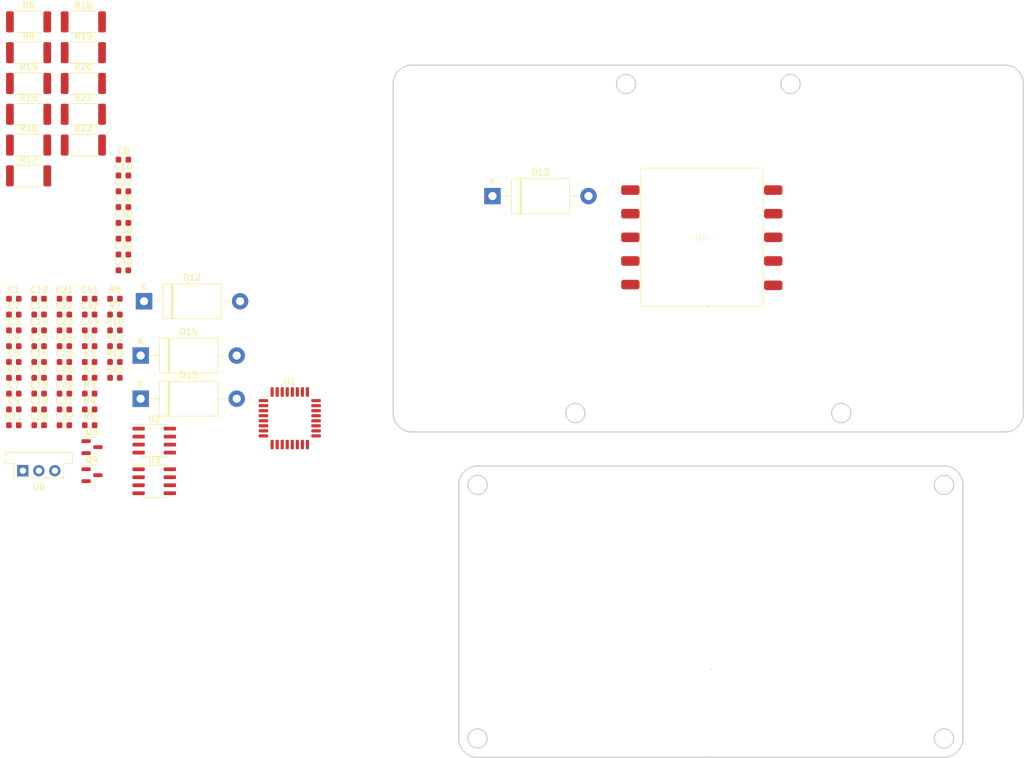
<source format=kicad_pcb>
(kicad_pcb (version 20221018) (generator pcbnew)
  (layers (0 "F.Cu" signal) (31 "B.Cu" signal) (34 "B.Paste" user) (35 "F.Paste" user) (36 "B.SilkS" user "B.Silkscreen") (37 "F.SilkS" user "F.Silkscreen") (38 "B.Mask" user) (39 "F.Mask" user) (44 "Edge.Cuts" user))
  (net 0 "")
  (net 1 "GND")
  (net 2 "Net-(U1-VDDA)")
  (net 3 "Net-(U1-NRST)")
  (net 4 "Net-(U4-4IN)")
  (net 5 "+5V")
  (net 6 "Net-(D13-A1)")
  (net 7 "Net-(U4-10OUT)")
  (net 8 "Net-(L1-FB)")
  (net 9 "Net-(D13-A2)")
  (net 10 "Net-(D14-A1)")
  (net 11 "/dcdclt3751/Vtrans")
  (net 12 "Net-(L1-UVLO1)")
  (net 13 "Net-(L1-OVLO1)")
  (net 14 "Net-(L1-UVLO2)")
  (net 15 "Net-(Q3-B)")
  (net 16 "+15V")
  (net 17 "Net-(F1-Gate3)")
  (net 18 "Net-(F1-Source4)")
  (net 19 "Net-(L1-OVLO2)")
  (net 20 "CANL")
  (net 21 "CANH")
  (net 22 "Net-(L1-RDCM)")
  (net 23 "CHARGE")
  (net 24 "Net-(Q1-D)")
  (net 25 "Net-(L1-RVOUT)")
  (net 26 "Net-(L1-CSP)")
  (net 27 "Net-(L1-RVTRANS)")
  (net 28 "Net-(L1-RBG)")
  (net 29 "Net-(U1-PA1)")
  (net 30 "+3V3")
  (net 32 "STBY")
  (net 33 "NRST")
  (net 34 "TR_SIG")
  (net 35 "Net-(BZ1--)")
  (net 36 "KICK_SW")
  (net 37 "DR_SW")
  (net 38 "DONE")
  (net 39 "FAULT")
  (net 43 "DR_PWM")
  (net 46 "ENCODER_A")
  (net 47 "ENCODER_B")
  (net 48 "CANRX")
  (net 49 "CANTX")
  (net 50 "SYS-SWDIO")
  (net 51 "SYS-SWCLK")
  (net 53 "DIN")
  (net 54 "DOUT")
  (net 56 "Net-(U1-PB7)")
  (net 57 "Net-(U1-BOOT0)")
  (net 60 "Net-(D1-A)")
  (net 61 "Net-(D2-DIN)")
  (net 62 "Net-(J6-Pin_1)")
  (net 63 "Net-(D15-A2)")
  (net 64 "Net-(D12-A2)")
  (footprint "Converter_DCDC:Converter_DCDC_Murata_OKI-78SR_Vertical" (layer "F.Cu") (at 43.855 114.1)
    (fp_text reference "U6" (at 2.54 2.54 180) (layer "F.SilkS"))
    (fp_text value "M78AR05-1")
    (pad "1" thru_hole rect (at 0 0) (size 1.8 1.8) (drill 1) (layers "*.Cu" "*.Mask") (net 16 "+15V"))
    (pad "2" thru_hole circle (at 2.54 0) (size 1.8 1.8) (drill 1) (layers "*.Cu" "*.Mask") (net 1 "GND"))
    (pad "3" thru_hole circle (at 5.08 0) (size 1.8 1.8) (drill 1) (layers "*.Cu" "*.Mask") (net 63 "Net-(D15-A2)"))
  )
  (footprint "Capacitor_SMD:C_0603_1608Metric" (layer "F.Cu") (at 46.435 86.8)
    (fp_text reference "C12" (at 0 -1.43) (layer "F.SilkS"))
    (fp_text value "0.1uF")
    (pad "1" smd roundrect (at -0.775 0) (size 0.9 0.95) (layers "F.Cu" "F.Paste" "F.Mask") (net 5 "+5V"))
    (pad "2" smd roundrect (at 0.775 0) (size 0.9 0.95) (layers "F.Cu" "F.Paste" "F.Mask") (net 1 "GND"))
  )
  (footprint "Capacitor_SMD:C_0603_1608Metric" (layer "F.Cu") (at 50.445 106.88)
    (fp_text reference "C32" (at 0 -1.43) (layer "F.SilkS"))
    (fp_text value "3.3u")
    (pad "1" smd roundrect (at -0.775 0) (size 0.9 0.95) (layers "F.Cu" "F.Paste" "F.Mask") (net 1 "GND"))
    (pad "2" smd roundrect (at 0.775 0) (size 0.9 0.95) (layers "F.Cu" "F.Paste" "F.Mask") (net 64 "Net-(D12-A2)"))
  )
  (footprint "Diode_THT:D_DO-201AE_P15.24mm_Horizontal" (layer "F.Cu") (at 62.545 102.67)
    (fp_text reference "D15" (at 7.62 -3.77) (layer "F.SilkS"))
    (fp_text value "1.5KExxA")
    (fp_text user "K" (at 0 -2.3) (layer "F.SilkS"))
    (pad "1" thru_hole rect (at 0 0) (size 2.6 2.6) (drill 1.3) (layers "*.Cu" "*.Mask") (net 5 "+5V"))
    (pad "2" thru_hole oval (at 15.24 0) (size 2.6 2.6) (drill 1.3) (layers "*.Cu" "*.Mask") (net 63 "Net-(D15-A2)"))
  )
  (footprint "Capacitor_SMD:C_0603_1608Metric" (layer "F.Cu") (at 54.455 89.31)
    (fp_text reference "C42" (at 0 -1.43) (layer "F.SilkS"))
    (fp_text value "0.1uF")
    (pad "1" smd roundrect (at -0.775 0) (size 0.9 0.95) (layers "F.Cu" "F.Paste" "F.Mask") (net 1 "GND"))
    (pad "2" smd roundrect (at 0.775 0) (size 0.9 0.95) (layers "F.Cu" "F.Paste" "F.Mask") (net 30 "+3V3"))
  )
  (footprint "Resistor_SMD:R_2512_6332Metric" (layer "F.Cu") (at 44.765 62.4)
    (fp_text reference "R16" (at 0 -2.62) (layer "F.SilkS"))
    (fp_text value "120Ω")
    (pad "1" smd roundrect (at -2.9625 0) (size 1.225 3.35) (layers "F.Cu" "F.Paste" "F.Mask") (roundrect_rratio 0.204082) (net 22 "Net-(L1-RDCM)"))
    (pad "2" smd roundrect (at 2.9625 0) (size 1.225 3.35) (layers "F.Cu" "F.Paste" "F.Mask") (roundrect_rratio 0.204082) (net 24 "Net-(Q1-D)"))
  )
  (footprint "Capacitor_SMD:C_0603_1608Metric" (layer "F.Cu") (at 42.425 94.33)
    (fp_text reference "C4" (at 0 -1.43) (layer "F.SilkS"))
    (fp_text value "0.1uF")
    (pad "1" smd roundrect (at -0.775 0) (size 0.9 0.95) (layers "F.Cu" "F.Paste" "F.Mask") (net 5 "+5V"))
    (pad "2" smd roundrect (at 0.775 0) (size 0.9 0.95) (layers "F.Cu" "F.Paste" "F.Mask") (net 1 "GND"))
  )
  (footprint "Capacitor_SMD:C_0603_1608Metric" (layer "F.Cu") (at 54.455 94.33)
    (fp_text reference "D1" (at 0 -1.43) (layer "F.SilkS"))
    (fp_text value "LED")
    (pad "1" smd roundrect (at -0.775 0) (size 0.9 0.95) (layers "F.Cu" "F.Paste" "F.Mask") (net 1 "GND"))
    (pad "2" smd roundrect (at 0.775 0) (size 0.9 0.95) (layers "F.Cu" "F.Paste" "F.Mask") (net 60 "Net-(D1-A)"))
  )
  (footprint "Capacitor_SMD:C_0603_1608Metric" (layer "F.Cu") (at 42.425 91.82)
    (fp_text reference "C3" (at 0 -1.43) (layer "F.SilkS"))
    (fp_text value "0.1uF")
    (pad "1" smd roundrect (at -0.775 0) (size 0.9 0.95) (layers "F.Cu" "F.Paste" "F.Mask") (net 33 "NRST"))
    (pad "2" smd roundrect (at 0.775 0) (size 0.9 0.95) (layers "F.Cu" "F.Paste" "F.Mask") (net 3 "Net-(U1-NRST)"))
  )
  (footprint "Resistor_SMD:R_2512_6332Metric" (layer "F.Cu") (at 53.455 47.73)
    (fp_text reference "R19" (at 0 -2.62) (layer "F.SilkS"))
    (fp_text value "120Ω")
    (pad "1" smd roundrect (at -2.9625 0) (size 1.225 3.35) (layers "F.Cu" "F.Paste" "F.Mask") (roundrect_rratio 0.204082) (net 8 "Net-(L1-FB)"))
    (pad "2" smd roundrect (at 2.9625 0) (size 1.225 3.35) (layers "F.Cu" "F.Paste" "F.Mask") (roundrect_rratio 0.204082) (net 7 "Net-(U4-10OUT)"))
  )
  (footprint "Capacitor_SMD:C_0603_1608Metric" (layer "F.Cu") (at 50.445 104.37)
    (fp_text reference "C31" (at 0 -1.43) (layer "F.SilkS"))
    (fp_text value "3.3u")
    (pad "1" smd roundrect (at -0.775 0) (size 0.9 0.95) (layers "F.Cu" "F.Paste" "F.Mask") (net 1 "GND"))
    (pad "2" smd roundrect (at 0.775 0) (size 0.9 0.95) (layers "F.Cu" "F.Paste" "F.Mask") (net 63 "Net-(D15-A2)"))
  )
  (footprint "Capacitor_SMD:C_0603_1608Metric" (layer "F.Cu") (at 59.805 67.23)
    (fp_text reference "C10" (at 0 -1.43) (layer "F.SilkS"))
    (fp_text value "10uF")
    (pad "1" smd roundrect (at -0.775 0) (size 0.9 0.95) (layers "F.Cu" "F.Paste" "F.Mask") (net 4 "Net-(U4-4IN)"))
    (pad "2" smd roundrect (at 0.775 0) (size 0.9 0.95) (layers "F.Cu" "F.Paste" "F.Mask") (net 1 "GND"))
  )
  (footprint "Capacitor_SMD:C_0603_1608Metric" (layer "F.Cu") (at 50.445 94.33)
    (fp_text reference "C24" (at 0 -1.43) (layer "F.SilkS"))
    (fp_text value "0.1uF")
    (pad "1" smd roundrect (at -0.775 0) (size 0.9 0.95) (layers "F.Cu" "F.Paste" "F.Mask") (net 5 "+5V"))
    (pad "2" smd roundrect (at 0.775 0) (size 0.9 0.95) (layers "F.Cu" "F.Paste" "F.Mask") (net 1 "GND"))
  )
  (footprint "Capacitor_SMD:C_0603_1608Metric" (layer "F.Cu") (at 50.445 89.31)
    (fp_text reference "C22" (at 0 -1.43) (layer "F.SilkS"))
    (fp_text value "0.1uF")
    (pad "1" smd roundrect (at -0.775 0) (size 0.9 0.95) (layers "F.Cu" "F.Paste" "F.Mask") (net 5 "+5V"))
    (pad "2" smd roundrect (at 0.775 0) (size 0.9 0.95) (layers "F.Cu" "F.Paste" "F.Mask") (net 1 "GND"))
  )
  (footprint "Package_QFP:LQFP-32_7x7mm_P0.8mm" (layer "F.Cu") (at 86.2 105.775)
    (fp_text reference "U1" (at 0 -5.88) (layer "F.SilkS"))
    (fp_text value "STM32F303K8Tx")
    (pad "1" smd roundrect (at -4.175 -2.8) (size 1.5 0.5) (layers "F.Cu" "F.Paste" "F.Mask") (net 30 "+3V3"))
    (pad "2" smd roundrect (at -4.175 -2) (size 1.5 0.5) (layers "F.Cu" "F.Paste" "F.Mask"))
    (pad "3" smd roundrect (at -4.175 -1.2) (size 1.5 0.5) (layers "F.Cu" "F.Paste" "F.Mask"))
    (pad "4" smd roundrect (at -4.175 -0.4) (size 1.5 0.5) (layers "F.Cu" "F.Paste" "F.Mask") (net 3 "Net-(U1-NRST)"))
    (pad "5" smd roundrect (at -4.175 0.4) (size 1.5 0.5) (layers "F.Cu" "F.Paste" "F.Mask") (net 2 "Net-(U1-VDDA)"))
    (pad "6" smd roundrect (at -4.175 1.2) (size 1.5 0.5) (layers "F.Cu" "F.Paste" "F.Mask") (net 34 "TR_SIG"))
    (pad "7" smd roundrect (at -4.175 2) (size 1.5 0.5) (layers "F.Cu" "F.Paste" "F.Mask") (net 29 "Net-(U1-PA1)"))
    (pad "8" smd roundrect (at -4.175 2.8) (size 1.5 0.5) (layers "F.Cu" "F.Paste" "F.Mask"))
    (pad "9" smd roundrect (at -2.8 4.175) (size 0.5 1.5) (layers "F.Cu" "F.Paste" "F.Mask") (net 32 "STBY"))
    (pad "10" smd roundrect (at -2 4.175) (size 0.5 1.5) (layers "F.Cu" "F.Paste" "F.Mask") (net 36 "KICK_SW"))
    (pad "11" smd roundrect (at -1.2 4.175) (size 0.5 1.5) (layers "F.Cu" "F.Paste" "F.Mask") (net 37 "DR_SW"))
    (pad "12" smd roundrect (at -0.4 4.175) (size 0.5 1.5) (layers "F.Cu" "F.Paste" "F.Mask") (net 23 "CHARGE"))
    (pad "13" smd roundrect (at 0.4 4.175) (size 0.5 1.5) (layers "F.Cu" "F.Paste" "F.Mask") (net 38 "DONE"))
    (pad "14" smd roundrect (at 1.2 4.175) (size 0.5 1.5) (layers "F.Cu" "F.Paste" "F.Mask"))
    (pad "15" smd roundrect (at 2 4.175) (size 0.5 1.5) (layers "F.Cu" "F.Paste" "F.Mask") (net 43 "DR_PWM"))
    (pad "16" smd roundrect (at 2.8 4.175) (size 0.5 1.5) (layers "F.Cu" "F.Paste" "F.Mask") (net 1 "GND"))
    (pad "17" smd roundrect (at 4.175 2.8) (size 1.5 0.5) (layers "F.Cu" "F.Paste" "F.Mask") (net 30 "+3V3"))
    (pad "18" smd roundrect (at 4.175 2) (size 1.5 0.5) (layers "F.Cu" "F.Paste" "F.Mask") (net 39 "FAULT"))
    (pad "19" smd roundrect (at 4.175 1.2) (size 1.5 0.5) (layers "F.Cu" "F.Paste" "F.Mask") (net 46 "ENCODER_A"))
    (pad "20" smd roundrect (at 4.175 0.4) (size 1.5 0.5) (layers "F.Cu" "F.Paste" "F.Mask") (net 47 "ENCODER_B"))
    (pad "21" smd roundrect (at 4.175 -0.4) (size 1.5 0.5) (layers "F.Cu" "F.Paste" "F.Mask") (net 48 "CANRX"))
    (pad "22" smd roundrect (at 4.175 -1.2) (size 1.5 0.5) (layers "F.Cu" "F.Paste" "F.Mask") (net 49 "CANTX"))
    (pad "23" smd roundrect (at 4.175 -2) (size 1.5 0.5) (layers "F.Cu" "F.Paste" "F.Mask") (net 50 "SYS-SWDIO"))
    (pad "24" smd roundrect (at 4.175 -2.8) (size 1.5 0.5) (layers "F.Cu" "F.Paste" "F.Mask") (net 51 "SYS-SWCLK"))
    (pad "25" smd roundrect (at 2.8 -4.175) (size 0.5 1.5) (layers "F.Cu" "F.Paste" "F.Mask") (net 35 "Net-(BZ1--)"))
    (pad "26" smd roundrect (at 2 -4.175) (size 0.5 1.5) (layers "F.Cu" "F.Paste" "F.Mask") (net 50 "SYS-SWDIO"))
    (pad "27" smd roundrect (at 1.2 -4.175) (size 0.5 1.5) (layers "F.Cu" "F.Paste" "F.Mask") (net 53 "DIN"))
    (pad "28" smd roundrect (at 0.4 -4.175) (size 0.5 1.5) (layers "F.Cu" "F.Paste" "F.Mask") (net 54 "DOUT"))
    (pad "29" smd roundrect (at -0.4 -4.175) (size 0.5 1.5) (layers "F.Cu" "F.Paste" "F.Mask"))
    (pad "30" smd roundrect (at -1.2 -4.175) (size 0.5 1.5) (layers "F.Cu" "F.Paste" "F.Mask") (net 56 "Net-(U1-PB7)"))
    (pad "31" smd roundrect (at -2 -4.175) (size 0.5 1.5) (layers "F.Cu" "F.Paste" "F.Mask") (net 57 "Net-(U1-BOOT0)"))
    (pad "32" smd roundrect (at -2.8 -4.175) (size 0.5 1.5) (layers "F.Cu" "F.Paste" "F.Mask") (net 1 "GND"))
  )
  (footprint "DCDC1_library:32052" (layer "F.Cu") (at 151.57 77.05)
    (fp_text reference "U4" (at 0 0 unlocked) (layer "F.SilkS") (effects (font (thickness 0.1))))
    (fp_text value "~")
    (pad "1" smd roundrect (at -11.33 -7.5) (size 2.92 1.52) (layers "F.Cu" "F.Paste" "F.Mask") (net 9 "Net-(D13-A2)"))
    (pad "2" smd roundrect (at -11.33 -3.75) (size 2.92 1.52) (layers "F.Cu" "F.Paste" "F.Mask"))
    (pad "3" smd roundrect (at -11.33 0) (size 2.92 1.52) (layers "F.Cu" "F.Paste" "F.Mask"))
    (pad "4" smd roundrect (at -11.33 3.75) (size 2.92 1.52) (layers "F.Cu" "F.Paste" "F.Mask") (net 4 "Net-(U4-4IN)"))
    (pad "5" smd roundrect (at -11.33 7.5) (size 2.92 1.52) (layers "F.Cu" "F.Paste" "F.Mask") (net 4 "Net-(U4-4IN)"))
    (pad "6" smd roundrect (at 11.33 7.62) (size 2.92 1.52) (layers "F.Cu" "F.Paste" "F.Mask") (net 24 "Net-(Q1-D)"))
    (pad "7" smd roundrect (at 11.33 3.75) (size 2.92 1.52) (layers "F.Cu" "F.Paste" "F.Mask") (net 24 "Net-(Q1-D)"))
    (pad "8" smd roundrect (at 11.33 0) (size 2.92 1.52) (layers "F.Cu" "F.Paste" "F.Mask"))
    (pad "9" smd roundrect (at 11.33 -3.75) (size 2.92 1.52) (layers "F.Cu" "F.Paste" "F.Mask"))
    (pad "10" smd roundrect (at 11.33 -7.5) (size 2.92 1.52) (layers "F.Cu" "F.Paste" "F.Mask") (net 7 "Net-(U4-10OUT)"))
  )
  (footprint "Resistor_SMD:R_2512_6332Metric" (layer "F.Cu") (at 53.455 62.4)
    (fp_text reference "R22" (at 0 -2.62) (layer "F.SilkS"))
    (fp_text value "120Ω")
    (pad "1" smd roundrect (at -2.9625 0) (size 1.225 3.35) (layers "F.Cu" "F.Paste" "F.Mask") (roundrect_rratio 0.204082) (net 28 "Net-(L1-RBG)"))
    (pad "2" smd roundrect (at 2.9625 0) (size 1.225 3.35) (layers "F.Cu" "F.Paste" "F.Mask") (roundrect_rratio 0.204082) (net 1 "GND"))
  )
  (footprint "Capacitor_SMD:C_0603_1608Metric" (layer "F.Cu") (at 59.805 69.74)
    (fp_text reference "C27" (at 0 -1.43) (layer "F.SilkS"))
    (fp_text value "10uF")
    (pad "1" smd roundrect (at -0.775 0) (size 0.9 0.95) (layers "F.Cu" "F.Paste" "F.Mask") (net 4 "Net-(U4-4IN)"))
    (pad "2" smd roundrect (at 0.775 0) (size 0.9 0.95) (layers "F.Cu" "F.Paste" "F.Mask") (net 1 "GND"))
  )
  (footprint "Resistor_SMD:R_2512_6332Metric" (layer "F.Cu") (at 44.765 52.62)
    (fp_text reference "R14" (at 0 -2.62) (layer "F.SilkS"))
    (fp_text value "120Ω")
    (pad "1" smd roundrect (at -2.9625 0) (size 1.225 3.35) (layers "F.Cu" "F.Paste" "F.Mask") (roundrect_rratio 0.204082) (net 5 "+5V"))
    (pad "2" smd roundrect (at 2.9625 0) (size 1.225 3.35) (layers "F.Cu" "F.Paste" "F.Mask") (roundrect_rratio 0.204082) (net 14 "Net-(L1-UVLO2)"))
  )
  (footprint "Capacitor_SMD:C_0603_1608Metric" (layer "F.Cu") (at 42.425 86.8)
    (fp_text reference "C1" (at 0 -1.43) (layer "F.SilkS"))
    (fp_text value "0.1uF")
    (pad "1" smd roundrect (at -0.775 0) (size 0.9 0.95) (layers "F.Cu" "F.Paste" "F.Mask") (net 1 "GND"))
    (pad "2" smd roundrect (at 0.775 0) (size 0.9 0.95) (layers "F.Cu" "F.Paste" "F.Mask") (net 2 "Net-(U1-VDDA)"))
  )
  (footprint "Resistor_SMD:R_2512_6332Metric" (layer "F.Cu") (at 53.455 57.51)
    (fp_text reference "R21" (at 0 -2.62) (layer "F.SilkS"))
    (fp_text value "120Ω")
    (pad "1" smd roundrect (at -2.9625 0) (size 1.225 3.35) (layers "F.Cu" "F.Paste" "F.Mask") (roundrect_rratio 0.204082) (net 4 "Net-(U4-4IN)"))
    (pad "2" smd roundrect (at 2.9625 0) (size 1.225 3.35) (layers "F.Cu" "F.Paste" "F.Mask") (roundrect_rratio 0.204082) (net 27 "Net-(L1-RVTRANS)"))
  )
  (footprint "Capacitor_SMD:C_0603_1608Metric" (layer "F.Cu") (at 58.465 96.84)
    (fp_text reference "R13" (at 0 -1.43) (layer "F.SilkS"))
    (fp_text value "5k")
    (pad "1" smd roundrect (at -0.775 0) (size 0.9 0.95) (layers "F.Cu" "F.Paste" "F.Mask") (net 5 "+5V"))
    (pad "2" smd roundrect (at 0.775 0) (size 0.9 0.95) (layers "F.Cu" "F.Paste" "F.Mask") (net 47 "ENCODER_B"))
  )
  (footprint "Capacitor_SMD:C_0603_1608Metric" (layer "F.Cu") (at 46.435 99.35)
    (fp_text reference "C17" (at 0 -1.43) (layer "F.SilkS"))
    (fp_text value "0.1uF")
    (pad "1" smd roundrect (at -0.775 0) (size 0.9 0.95) (layers "F.Cu" "F.Paste" "F.Mask") (net 5 "+5V"))
    (pad "2" smd roundrect (at 0.775 0) (size 0.9 0.95) (layers "F.Cu" "F.Paste" "F.Mask") (net 1 "GND"))
  )
  (footprint "Capacitor_SMD:C_0603_1608Metric" (layer "F.Cu") (at 59.805 64.72)
    (fp_text reference "C8" (at 0 -1.43) (layer "F.SilkS"))
    (fp_text value "10uF")
    (pad "1" smd roundrect (at -0.775 0) (size 0.9 0.95) (layers "F.Cu" "F.Paste" "F.Mask") (net 4 "Net-(U4-4IN)"))
    (pad "2" smd roundrect (at 0.775 0) (size 0.9 0.95) (layers "F.Cu" "F.Paste" "F.Mask") (net 1 "GND"))
  )
  (footprint "Capacitor_SMD:C_0603_1608Metric" (layer "F.Cu") (at 59.805 79.78)
    (fp_text reference "C39" (at 0 -1.43) (layer "F.SilkS"))
    (fp_text value "10uF")
    (pad "1" smd roundrect (at -0.775 0) (size 0.9 0.95) (layers "F.Cu" "F.Paste" "F.Mask") (net 6 "Net-(D13-A1)"))
    (pad "2" smd roundrect (at 0.775 0) (size 0.9 0.95) (layers "F.Cu" "F.Paste" "F.Mask") (net 7 "Net-(U4-10OUT)"))
  )
  (footprint "Capacitor_SMD:C_0603_1608Metric" (layer "F.Cu") (at 46.435 94.33)
    (fp_text reference "C15" (at 0 -1.43) (layer "F.SilkS"))
    (fp_text value "0.1uF")
    (pad "1" smd roundrect (at -0.775 0) (size 0.9 0.95) (layers "F.Cu" "F.Paste" "F.Mask") (net 5 "+5V"))
    (pad "2" smd roundrect (at 0.775 0) (size 0.9 0.95) (layers "F.Cu" "F.Paste" "F.Mask") (net 1 "GND"))
  )
  (footprint "Capacitor_SMD:C_0603_1608Metric" (layer "F.Cu") (at 42.425 89.31)
    (fp_text reference "C2" (at 0 -1.43) (layer "F.SilkS"))
    (fp_text value "0.1uF")
    (pad "1" smd roundrect (at -0.775 0) (size 0.9 0.95) (layers "F.Cu" "F.Paste" "F.Mask") (net 1 "GND"))
    (pad "2" smd roundrect (at 0.775 0) (size 0.9 0.95) (layers "F.Cu" "F.Paste" "F.Mask") (net 2 "Net-(U1-VDDA)"))
  )
  (footprint "Resistor_SMD:R_2512_6332Metric" (layer "F.Cu") (at 53.455 52.62)
    (fp_text reference "R20" (at 0 -2.62) (layer "F.SilkS"))
    (fp_text value "120Ω")
    (pad "1" smd roundrect (at -2.9625 0) (size 1.225 3.35) (layers "F.Cu" "F.Paste" "F.Mask") (roundrect_rratio 0.204082) (net 1 "GND"))
    (pad "2" smd roundrect (at 2.9625 0) (size 1.225 3.35) (layers "F.Cu" "F.Paste" "F.Mask") (roundrect_rratio 0.204082) (net 8 "Net-(L1-FB)"))
  )
  (footprint "Capacitor_SMD:C_0603_1608Metric" (layer "F.Cu") (at 54.455 96.84)
    (fp_text reference "R1" (at 0 -1.43) (layer "F.SilkS"))
    (fp_text value "10k")
    (pad "1" smd roundrect (at -0.775 0) (size 0.9 0.95) (layers "F.Cu" "F.Paste" "F.Mask") (net 56 "Net-(U1-PB7)"))
    (pad "2" smd roundrect (at 0.775 0) (size 0.9 0.95) (layers "F.Cu" "F.Paste" "F.Mask") (net 60 "Net-(D1-A)"))
  )
  (footprint "Capacitor_SMD:C_0603_1608Metric" (layer "F.Cu") (at 46.435 89.31)
    (fp_text reference "C13" (at 0 -1.43) (layer "F.SilkS"))
    (fp_text value "0.1uF")
    (pad "1" smd roundrect (at -0.775 0) (size 0.9 0.95) (layers "F.Cu" "F.Paste" "F.Mask") (net 5 "+5V"))
    (pad "2" smd roundrect (at 0.775 0) (size 0.9 0.95) (layers "F.Cu" "F.Paste" "F.Mask") (net 1 "GND"))
  )
  (footprint "Capacitor_SMD:C_0603_1608Metric" (layer "F.Cu") (at 42.425 99.35)
    (fp_text reference "C6" (at 0 -1.43) (layer "F.SilkS"))
    (fp_text value "0.1uF")
    (pad "1" smd roundrect (at -0.775 0) (size 0.9 0.95) (layers "F.Cu" "F.Paste" "F.Mask") (net 5 "+5V"))
    (pad "2" smd roundrect (at 0.775 0) (size 0.9 0.95) (layers "F.Cu" "F.Paste" "F.Mask") (net 1 "GND"))
  )
  (footprint "Resistor_SMD:R_2512_6332Metric" (layer "F.Cu") (at 44.765 57.51)
    (fp_text reference "R15" (at 0 -2.62) (layer "F.SilkS"))
    (fp_text value "120Ω")
    (pad "1" smd roundrect (at -2.9625 0) (size 1.225 3.35) (layers "F.Cu" "F.Paste" "F.Mask") (roundrect_rratio 0.204082) (net 5 "+5V"))
    (pad "2" smd roundrect (at 2.9625 0) (size 1.225 3.35) (layers "F.Cu" "F.Paste" "F.Mask") (roundrect_rratio 0.204082) (net 19 "Net-(L1-OVLO2)"))
  )
  (footprint "Capacitor_SMD:C_0603_1608Metric" (layer "F.Cu") (at 42.425 96.84)
    (fp_text reference "C5" (at 0 -1.43) (layer "F.SilkS"))
    (fp_text value "0.1uF")
    (pad "1" smd roundrect (at -0.775 0) (size 0.9 0.95) (layers "F.Cu" "F.Paste" "F.Mask") (net 5 "+5V"))
    (pad "2" smd roundrect (at 0.775 0) (size 0.9 0.95) (layers "F.Cu" "F.Paste" "F.Mask") (net 1 "GND"))
  )
  (footprint "Capacitor_SMD:C_0603_1608Metric" (layer "F.Cu") (at 50.445 101.86)
    (fp_text reference "C29" (at 0 -1.43) (layer "F.SilkS"))
    (fp_text value "0.1uF")
    (pad "1" smd roundrect (at -0.775 0) (size 0.9 0.95) (layers "F.Cu" "F.Paste" "F.Mask") (net 1 "GND"))
    (pad "2" smd roundrect (at 0.775 0) (size 0.9 0.95) (layers "F.Cu" "F.Paste" "F.Mask") (net 30 "+3V3"))
  )
  (footprint "Capacitor_SMD:C_0603_1608Metric" (layer "F.Cu") (at 54.455 106.88)
    (fp_text reference "R5" (at 0 -1.43) (layer "F.SilkS"))
    (fp_text value "20k")
    (pad "1" smd roundrect (at -0.775 0) (size 0.9 0.95) (layers "F.Cu" "F.Paste" "F.Mask") (net 1 "GND"))
    (pad "2" smd roundrect (at 0.775 0) (size 0.9 0.95) (layers "F.Cu" "F.Paste" "F.Mask") (net 34 "TR_SIG"))
  )
  (footprint "Capacitor_SMD:C_0603_1608Metric" (layer "F.Cu") (at 54.455 104.37)
    (fp_text reference "R4" (at 0 -1.43) (layer "F.SilkS"))
    (fp_text value "470")
    (pad "1" smd roundrect (at -0.775 0) (size 0.9 0.95) (layers "F.Cu" "F.Paste" "F.Mask") (net 62 "Net-(J6-Pin_1)"))
    (pad "2" smd roundrect (at 0.775 0) (size 0.9 0.95) (layers "F.Cu" "F.Paste" "F.Mask") (net 5 "+5V"))
  )
  (footprint "Capacitor_SMD:C_0603_1608Metric" (layer "F.Cu") (at 50.445 96.84)
    (fp_text reference "C25" (at 0 -1.43) (layer "F.SilkS"))
    (fp_text value "0.1uF")
    (pad "1" smd roundrect (at -0.775 0) (size 0.9 0.95) (layers "F.Cu" "F.Paste" "F.Mask") (net 5 "+5V"))
    (pad "2" smd roundrect (at 0.775 0) (size 0.9 0.95) (layers "F.Cu" "F.Paste" "F.Mask") (net 1 "GND"))
  )
  (footprint "Package_SO:SOIC-8_3.9x4.9mm_P1.27mm" (layer "F.Cu") (at 64.695 115.77)
    (fp_text reference "U3" (at 0 -3.4) (layer "F.SilkS"))
    (fp_text value "MCP2561-E-SN")
    (pad "1" smd roundrect (at -2.475 -1.905) (size 1.95 0.6) (layers "F.Cu" "F.Paste" "F.Mask") (net 49 "CANTX"))
    (pad "2" smd roundrect (at -2.475 -0.635) (size 1.95 0.6) (layers "F.Cu" "F.Paste" "F.Mask") (net 1 "GND"))
    (pad "3" smd roundrect (at -2.475 0.635) (size 1.95 0.6) (layers "F.Cu" "F.Paste" "F.Mask") (net 5 "+5V"))
    (pad "4" smd roundrect (at -2.475 1.905) (size 1.95 0.6) (layers "F.Cu" "F.Paste" "F.Mask") (net 10 "Net-(D14-A1)"))
    (pad "5" smd roundrect (at 2.475 1.905) (size 1.95 0.6) (layers "F.Cu" "F.Paste" "F.Mask"))
    (pad "6" smd roundrect (at 2.475 0.635) (size 1.95 0.6) (layers "F.Cu" "F.Paste" "F.Mask") (net 20 "CANL"))
    (pad "7" smd roundrect (at 2.475 -0.635) (size 1.95 0.6) (layers "F.Cu" "F.Paste" "F.Mask") (net 21 "CANH"))
    (pad "8" smd roundrect (at 2.475 -1.905) (size 1.95 0.6) (layers "F.Cu" "F.Paste" "F.Mask") (net 32 "STBY"))
  )
  (footprint "Capacitor_SMD:C_0603_1608Metric" (layer "F.Cu") (at 58.465 99.35)
    (fp_text reference "R23" (at 0 -1.43) (layer "F.SilkS"))
    (fp_text value "5k")
    (pad "1" smd roundrect (at -0.775 0) (size 0.9 0.95) (layers "F.Cu" "F.Paste" "F.Mask") (net 29 "Net-(U1-PA1)"))
    (pad "2" smd roundrect (at 0.775 0) (size 0.9 0.95) (layers "F.Cu" "F.Paste" "F.Mask") (net 30 "+3V3"))
  )
  (footprint "Capacitor_SMD:C_0603_1608Metric" (layer "F.Cu") (at 50.445 99.35)
    (fp_text reference "C26" (at 0 -1.43) (layer "F.SilkS"))
    (fp_text value "0.1uF")
    (pad "1" smd roundrect (at -0.775 0) (size 0.9 0.95) (layers "F.Cu" "F.Paste" "F.Mask") (net 5 "+5V"))
    (pad "2" smd roundrect (at 0.775 0) (size 0.9 0.95) (layers "F.Cu" "F.Paste" "F.Mask") (net 1 "GND"))
  )
  (footprint "Capacitor_SMD:C_0603_1608Metric" (layer "F.Cu") (at 54.455 91.82)
    (fp_text reference "C43" (at 0 -1.43) (layer "F.SilkS"))
    (fp_text value "0.1uF")
    (pad "1" smd roundrect (at -0.775 0) (size 0.9 0.95) (layers "F.Cu" "F.Paste" "F.Mask") (net 1 "GND"))
    (pad "2" smd roundrect (at 0.775 0) (size 0.9 0.95) (layers "F.Cu" "F.Paste" "F.Mask") (net 30 "+3V3"))
  )
  (footprint "Capacitor_SMD:C_0603_1608Metric" (layer "F.Cu") (at 42.425 106.88)
    (fp_text reference "C11" (at 0 -1.43) (layer "F.SilkS"))
    (fp_text value "0.1uF")
    (pad "1" smd roundrect (at -0.775 0) (size 0.9 0.95) (layers "F.Cu" "F.Paste" "F.Mask") (net 5 "+5V"))
    (pad "2" smd roundrect (at 0.775 0) (size 0.9 0.95) (layers "F.Cu" "F.Paste" "F.Mask") (net 1 "GND"))
  )
  (footprint "Diode_THT:D_DO-201AE_P15.24mm_Horizontal" (layer "F.Cu") (at 62.545 95.82)
    (fp_text reference "D14" (at 7.62 -3.77) (layer "F.SilkS"))
    (fp_text value "1.5KExxA")
    (fp_text user "K" (at 0 -2.3) (layer "F.SilkS"))
    (pad "1" thru_hole rect (at 0 0) (size 2.6 2.6) (drill 1.3) (layers "*.Cu" "*.Mask") (net 10 "Net-(D14-A1)"))
    (pad "2" thru_hole oval (at 15.24 0) (size 2.6 2.6) (drill 1.3) (layers "*.Cu" "*.Mask") (net 48 "CANRX"))
  )
  (footprint "Capacitor_SMD:C_0603_1608Metric" (layer "F.Cu") (at 46.435 101.86)
    (fp_text reference "C18" (at 0 -1.43) (layer "F.SilkS"))
    (fp_text value "0.1uF")
    (pad "1" smd roundrect (at -0.775 0) (size 0.9 0.95) (layers "F.Cu" "F.Paste" "F.Mask") (net 5 "+5V"))
    (pad "2" smd roundrect (at 0.775 0) (size 0.9 0.95) (layers "F.Cu" "F.Paste" "F.Mask") (net 1 "GND"))
  )
  (footprint "Package_TO_SOT_SMD:SOT-23" (layer "F.Cu") (at 54.825 110.36)
    (fp_text reference "Q3" (at 0 -2.4) (layer "F.SilkS"))
    (fp_text value "MMBT3906")
    (pad "1" smd roundrect (at -0.9375 -0.95) (size 1.475 0.6) (layers "F.Cu" "F.Paste" "F.Mask") (net 15 "Net-(Q3-B)"))
    (pad "2" smd roundrect (at -0.9375 0.95) (size 1.475 0.6) (layers "F.Cu" "F.Paste" "F.Mask") (net 16 "+15V"))
    (pad "3" smd roundrect (at 0.9375 0) (size 1.475 0.6) (layers "F.Cu" "F.Paste" "F.Mask") (net 15 "Net-(Q3-B)"))
  )
  (footprint "Capacitor_SMD:C_0603_1608Metric" (layer "F.Cu") (at 46.435 96.84)
    (fp_text reference "C16" (at 0 -1.43) (layer "F.SilkS"))
    (fp_text value "0.1uF")
    (pad "1" smd roundrect (at -0.775 0) (size 0.9 0.95) (layers "F.Cu" "F.Paste" "F.Mask") (net 5 "+5V"))
    (pad "2" smd roundrect (at 0.775 0) (size 0.9 0.95) (layers "F.Cu" "F.Paste" "F.Mask") (net 1 "GND"))
  )
  (footprint "Package_TO_SOT_SMD:SOT-23" (layer "F.Cu") (at 54.825 114.81)
    (fp_text reference "Q4" (at 0 -2.4) (layer "F.SilkS"))
    (fp_text value "MMBT3906")
    (pad "1" smd roundrect (at -0.9375 -0.95) (size 1.475 0.6) (layers "F.Cu" "F.Paste" "F.Mask") (net 15 "Net-(Q3-B)"))
    (pad "2" smd roundrect (at -0.9375 0.95) (size 1.475 0.6) (layers "F.Cu" "F.Paste" "F.Mask") (net 17 "Net-(F1-Gate3)"))
    (pad "3" smd roundrect (at 0.9375 0) (size 1.475 0.6) (layers "F.Cu" "F.Paste" "F.Mask") (net 18 "Net-(F1-Source4)"))
  )
  (footprint "Capacitor_SMD:C_0603_1608Metric" (layer "F.Cu") (at 50.445 91.82)
    (fp_text reference "C23" (at 0 -1.43) (layer "F.SilkS"))
    (fp_text value "0.1uF")
    (pad "1" smd roundrect (at -0.775 0) (size 0.9 0.95) (layers "F.Cu" "F.Paste" "F.Mask") (net 5 "+5V"))
    (pad "2" smd roundrect (at 0.775 0) (size 0.9 0.95) (layers "F.Cu" "F.Paste" "F.Mask") (net 1 "GND"))
  )
  (footprint "Resistor_SMD:R_2512_6332Metric" (layer "F.Cu") (at 53.455 42.84)
    (fp_text reference "R18" (at 0 -2.62) (layer "F.SilkS"))
    (fp_text value "120Ω")
    (pad "1" smd roundrect (at -2.9625 0) (size 1.225 3.35) (layers "F.Cu" "F.Paste" "F.Mask") (roundrect_rratio 0.204082) (net 26 "Net-(L1-CSP)"))
    (pad "2" smd roundrect (at 2.9625 0) (size 1.225 3.35) (layers "F.Cu" "F.Paste" "F.Mask") (roundrect_rratio 0.204082) (net 1 "GND"))
  )
  (footprint "Capacitor_SMD:C_0603_1608Metric" (layer "F.Cu") (at 59.805 74.76)
    (fp_text reference "C30" (at 0 -1.43) (layer "F.SilkS"))
    (fp_text value "10uF")
    (pad "1" smd roundrect (at -0.775 0) (size 0.9 0.95) (layers "F.Cu" "F.Paste" "F.Mask") (net 6 "Net-(D13-A1)"))
    (pad "2" smd roundrect (at 0.775 0) (size 0.9 0.95) (layers "F.Cu" "F.Paste" "F.Mask") (net 7 "Net-(U4-10OUT)"))
  )
  (footprint "Capacitor_SMD:C_0603_1608Metric" (layer "F.Cu") (at 54.455 101.86)
    (fp_text reference "R3" (at 0 -1.43) (layer "F.SilkS"))
    (fp_text value "10k")
    (pad "1" smd roundrect (at -0.775 0) (size 0.9 0.95) (layers "F.Cu" "F.Paste" "F.Mask") (net 53 "DIN"))
    (pad "2" smd roundrect (at 0.775 0) (size 0.9 0.95) (layers "F.Cu" "F.Paste" "F.Mask") (net 61 "Net-(D2-DIN)"))
  )
  (footprint "Diode_THT:D_DO-201AE_P15.24mm_Horizontal" (layer "F.Cu") (at 63.08 87.2)
    (fp_text reference "D12" (at 7.62 -3.77) (layer "F.SilkS"))
    (fp_text value "1.5KExxA")
    (fp_text user "K" (at 0 -2.3) (layer "F.SilkS"))
    (pad "1" thru_hole rect (at 0 0) (size 2.6 2.6) (drill 1.3) (layers "*.Cu" "*.Mask") (net 30 "+3V3"))
    (pad "2" thru_hole oval (at 15.24 0) (size 2.6 2.6) (drill 1.3) (layers "*.Cu" "*.Mask") (net 64 "Net-(D12-A2)"))
  )
  (footprint "Capacitor_SMD:C_0603_1608Metric" (layer "F.Cu") (at 50.445 86.8)
    (fp_text reference "C21" (at 0 -1.43) (layer "F.SilkS"))
    (fp_text value "0.1uF")
    (pad "1" smd roundrect (at -0.775 0) (size 0.9 0.95) (layers "F.Cu" "F.Paste" "F.Mask") (net 5 "+5V"))
    (pad "2" smd roundrect (at 0.775 0) (size 0.9 0.95) (layers "F.Cu" "F.Paste" "F.Mask") (net 1 "GND"))
  )
  (footprint "Capacitor_SMD:C_0603_1608Metric" (layer "F.Cu") (at 59.805 72.25)
    (fp_text reference "C28" (at 0 -1.43) (layer "F.SilkS"))
    (fp_text value "10uF")
    (pad "1" smd roundrect (at -0.775 0) (size 0.9 0.95) (layers "F.Cu" "F.Paste" "F.Mask") (net 4 "Net-(U4-4IN)"))
    (pad "2" smd roundrect (at 0.775 0) (size 0.9 0.95) (layers "F.Cu" "F.Paste" "F.Mask") (net 1 "GND"))
  )
  (footprint "Capacitor_SMD:C_0603_1608Metric" (layer "F.Cu") (at 54.455 86.8)
    (fp_text reference "C41" (at 0 -1.43) (layer "F.SilkS"))
    (fp_text value "0.1uF")
    (pad "1" smd roundrect (at -0.775 0) (size 0.9 0.95) (layers "F.Cu" "F.Paste" "F.Mask") (net 1 "GND"))
    (pad "2" smd roundrect (at 0.775 0) (size 0.9 0.95) (layers "F.Cu" "F.Paste" "F.Mask") (net 30 "+3V3"))
  )
  (footprint "Diode_THT:D_DO-201AE_P15.24mm_Horizontal" (layer "F.Cu") (at 118.36 70.5)
    (fp_text reference "D13" (at 7.62 -3.77) (layer "F.SilkS"))
    (fp_text value "1.5KExxA")
    (fp_text user "K" (at 0 -2.3) (layer "F.SilkS"))
    (pad "1" thru_hole rect (at 0 0) (size 2.6 2.6) (drill 1.3) (layers "*.Cu" "*.Mask") (net 6 "Net-(D13-A1)"))
    (pad "2" thru_hole oval (at 15.24 0) (size 2.6 2.6) (drill 1.3) (layers "*.Cu" "*.Mask") (net 9 "Net-(D13-A2)"))
  )
  (footprint "Capacitor_SMD:C_0603_1608Metric" (layer "F.Cu") (at 58.465 91.82)
    (fp_text reference "R10" (at 0 -1.43) (layer "F.SilkS"))
    (fp_text value "10k")
    (pad "1" smd roundrect (at -0.775 0) (size 0.9 0.95) (layers "F.Cu" "F.Paste" "F.Mask") (net 30 "+3V3"))
    (pad "2" smd roundrect (at 0.775 0) (size 0.9 0.95) (layers "F.Cu" "F.Paste" "F.Mask") (net 48 "CANRX"))
  )
  (footprint "Capacitor_SMD:C_0603_1608Metric" (layer "F.Cu") (at 59.805 82.29)
    (fp_text reference "C40" (at 0 -1.43) (layer "F.SilkS"))
    (fp_text value "10uF")
    (pad "1" smd roundrect (at -0.775 0) (size 0.9 0.95) (layers "F.Cu" "F.Paste" "F.Mask") (net 8 "Net-(L1-FB)"))
    (pad "2" smd roundrect (at 0.775 0) (size 0.9 0.95) (layers "F.Cu" "F.Paste" "F.Mask") (net 1 "GND"))
  )
  (footprint "Capacitor_SMD:C_0603_1608Metric" (layer "F.Cu") (at 46.435 106.88)
    (fp_text reference "C20" (at 0 -1.43) (layer "F.SilkS"))
    (fp_text value "0.1uF")
    (pad "1" smd roundrect (at -0.775 0) (size 0.9 0.95) (layers "F.Cu" "F.Paste" "F.Mask") (net 5 "+5V"))
    (pad "2" smd roundrect (at 0.775 0) (size 0.9 0.95) (layers "F.Cu" "F.Paste" "F.Mask") (net 1 "GND"))
  )
  (footprint "Resistor_SMD:R_2512_6332Metric" (layer "F.Cu") (at 44.765 67.29)
    (fp_text reference "R17" (at 0 -2.62) (layer "F.SilkS"))
    (fp_text value "120Ω")
    (pad "1" smd roundrect (at -2.9625 0) (size 1.225 3.35) (layers "F.Cu" "F.Paste" "F.Mask") (roundrect_rratio 0.204082) (net 25 "Net-(L1-RVOUT)"))
    (pad "2" smd roundrect (at 2.9625 0) (size 1.225 3.35) (layers "F.Cu" "F.Paste" "F.Mask") (roundrect_rratio 0.204082) (net 24 "Net-(Q1-D)"))
  )
  (footprint "Capacitor_SMD:C_0603_1608Metric" (layer "F.Cu") (at 58.465 86.8)
    (fp_text reference "R6" (at 0 -1.43) (layer "F.SilkS"))
    (fp_text value "10k")
    (pad "1" smd roundrect (at -0.775 0) (size 0.9 0.95) (layers "F.Cu" "F.Paste" "F.Mask") (net 15 "Net-(Q3-B)"))
    (pad "2" smd roundrect (at 0.775 0) (size 0.9 0.95) (layers "F.Cu" "F.Paste" "F.Mask") (net 1 "GND"))
  )
  (footprint "Capacitor_SMD:C_0603_1608Metric" (layer "F.Cu") (at 58.465 94.33)
    (fp_text reference "R12" (at 0 -1.43) (layer "F.SilkS"))
    (fp_text value "5k")
    (pad "1" smd roundrect (at -0.775 0) (size 0.9 0.95) (layers "F.Cu" "F.Paste" "F.Mask") (net 5 "+5V"))
    (pad "2" smd roundrect (at 0.775 0) (size 0.9 0.95) (layers "F.Cu" "F.Paste" "F.Mask") (net 46 "ENCODER_A"))
  )
  (footprint "Capacitor_SMD:C_0603_1608Metric" (layer "F.Cu") (at 58.465 89.31)
    (fp_text reference "R7" (at 0 -1.43) (layer "F.SilkS"))
    (fp_text value "10k")
    (pad "1" smd roundrect (at -0.775 0) (size 0.9 0.95) (layers "F.Cu" "F.Paste" "F.Mask") (net 17 "Net-(F1-Gate3)"))
    (pad "2" smd roundrect (at 0.775 0) (size 0.9 0.95) (layers "F.Cu" "F.Paste" "F.Mask") (net 1 "GND"))
  )
  (footprint "Capacitor_SMD:C_0603_1608Metric" (layer "F.Cu") (at 46.435 91.82)
    (fp_text reference "C14" (at 0 -1.43) (layer "F.SilkS"))
    (fp_text value "0.1uF")
    (pad "1" smd roundrect (at -0.775 0) (size 0.9 0.95) (layers "F.Cu" "F.Paste" "F.Mask") (net 5 "+5V"))
    (pad "2" smd roundrect (at 0.775 0) (size 0.9 0.95) (layers "F.Cu" "F.Paste" "F.Mask") (net 1 "GND"))
  )
  (footprint "Capacitor_SMD:C_0603_1608Metric" (layer "F.Cu") (at 54.455 99.35)
    (fp_text reference "R2" (at 0 -1.43) (layer "F.SilkS"))
    (fp_text value "10k")
    (pad "1" smd roundrect (at -0.775 0) (size 0.9 0.95) (layers "F.Cu" "F.Paste" "F.Mask") (net 1 "GND"))
    (pad "2" smd roundrect (at 0.775 0) (size 0.9 0.95) (layers "F.Cu" "F.Paste" "F.Mask") (net 57 "Net-(U1-BOOT0)"))
  )
  (footprint "Capacitor_SMD:C_0603_1608Metric" (layer "F.Cu") (at 42.425 101.86)
    (fp_text reference "C7" (at 0 -1.43) (layer "F.SilkS"))
    (fp_text value "0.1uF")
    (pad "1" smd roundrect (at -0.775 0) (size 0.9 0.95) (layers "F.Cu" "F.Paste" "F.Mask") (net 5 "+5V"))
    (pad "2" smd roundrect (at 0.775 0) (size 0.9 0.95) (layers "F.Cu" "F.Paste" "F.Mask") (net 1 "GND"))
  )
  (footprint "Capacitor_SMD:C_0603_1608Metric" (layer "F.Cu") (at 46.435 104.37)
    (fp_text reference "C19" (at 0 -1.43) (layer "F.SilkS"))
    (fp_text value "0.1uF")
    (pad "1" smd roundrect (at -0.775 0) (size 0.9 0.95) (layers "F.Cu" "F.Paste" "F.Mask") (net 5 "+5V"))
    (pad "2" smd roundrect (at 0.775 0) (size 0.9 0.95) (layers "F.Cu" "F.Paste" "F.Mask") (net 1 "GND"))
  )
  (footprint "Package_SO:SOIC-8_3.9x4.9mm_P1.27mm" (layer "F.Cu") (at 64.695 109.32)
    (fp_text reference "U2" (at 0 -3.4) (layer "F.SilkS"))
    (fp_text value "M78AR033-1")
    (pad "1" smd roundrect (at -2.475 -1.905) (size 1.95 0.6) (layers "F.Cu" "F.Paste" "F.Mask") (net 64 "Net-(D12-A2)"))
    (pad "2" smd roundrect (at -2.475 -0.635) (size 1.95 0.6) (layers "F.Cu" "F.Paste" "F.Mask") (net 1 "GND"))
    (pad "3" smd roundrect (at -2.475 0.635) (size 1.95 0.6) (layers "F.Cu" "F.Paste" "F.Mask") (net 1 "GND"))
    (pad "4" smd roundrect (at -2.475 1.905) (size 1.95 0.6) (layers "F.Cu" "F.Paste" "F.Mask"))
    (pad "5" smd roundrect (at 2.475 1.905) (size 1.95 0.6) (layers "F.Cu" "F.Paste" "F.Mask"))
    (pad "6" smd roundrect (at 2.475 0.635) (size 1.95 0.6) (layers "F.Cu" "F.Paste" "F.Mask") (net 1 "GND"))
    (pad "7" smd roundrect (at 2.475 -0.635) (size 1.95 0.6) (layers "F.Cu" "F.Paste" "F.Mask") (net 1 "GND"))
    (pad "8" smd roundrect (at 2.475 -1.905) (size 1.95 0.6) (layers "F.Cu" "F.Paste" "F.Mask") (net 16 "+15V"))
  )
  (footprint "Resistor_SMD:R_2512_6332Metric" (layer "F.Cu") (at 44.765 47.73)
    (fp_text reference "R9" (at 0 -2.62) (layer "F.SilkS"))
    (fp_text value "120Ω")
    (pad "1" smd roundrect (at -2.9625 0) (size 1.225 3.35) (layers "F.Cu" "F.Paste" "F.Mask") (roundrect_rratio 0.204082) (net 11 "/dcdclt3751/Vtrans"))
    (pad "2" smd roundrect (at 2.9625 0) (size 1.225 3.35) (layers "F.Cu" "F.Paste" "F.Mask") (roundrect_rratio 0.204082) (net 13 "Net-(L1-OVLO1)"))
  )
  (footprint "Resistor_SMD:R_2512_6332Metric" (layer "F.Cu") (at 44.765 42.84)
    (fp_text reference "R8" (at 0 -2.62) (layer "F.SilkS"))
    (fp_text value "120Ω")
    (pad "1" smd roundrect (at -2.9625 0) (size 1.225 3.35) (layers "F.Cu" "F.Paste" "F.Mask") (roundrect_rratio 0.204082) (net 11 "/dcdclt3751/Vtrans"))
    (pad "2" smd roundrect (at 2.9625 0) (size 1.225 3.35) (layers "F.Cu" "F.Paste" "F.Mask") (roundrect_rratio 0.204082) (net 12 "Net-(L1-UVLO1)"))
  )
  (footprint "Capacitor_SMD:C_0603_1608Metric" (layer "F.Cu") (at 59.805 77.27)
    (fp_text reference "C38" (at 0 -1.43) (layer "F.SilkS"))
    (fp_text value "10uF")
    (pad "1" smd roundrect (at -0.775 0) (size 0.9 0.95) (layers "F.Cu" "F.Paste" "F.Mask") (net 6 "Net-(D13-A1)"))
    (pad "2" smd roundrect (at 0.775 0) (size 0.9 0.95) (layers "F.Cu" "F.Paste" "F.Mask") (net 7 "Net-(U4-10OUT)"))
  )
  (footprint "Capacitor_SMD:C_0603_1608Metric" (layer "F.Cu") (at 42.425 104.37)
    (fp_text reference "C9" (at 0 -1.43) (layer "F.SilkS"))
    (fp_text value "0.1uF")
    (pad "1" smd roundrect (at -0.775 0) (size 0.9 0.95) (layers "F.Cu" "F.Paste" "F.Mask") (net 1 "GND"))
    (pad "2" smd roundrect (at 0.775 0) (size 0.9 0.95) (layers "F.Cu" "F.Paste" "F.Mask") (net 30 "+3V3"))
  )
  (gr_arc (start 113 116.350003) (mid 113.87868 114.228683) (end 116 113.350003) (stroke (width 0.2)) (layer "Edge.Cuts"))
  (gr_circle (center 190 156.6) (end 191.525 156.6) (stroke (width 0.2)) (fill none) (layer "Edge.Cuts"))
  (gr_arc (start 190 113.350003) (mid 192.12132 114.228683) (end 193 116.350003) (stroke (width 0.2)) (layer "Edge.Cuts"))
  (gr_circle (center 116 156.6) (end 117.525 156.6) (stroke (width 0.2)) (fill none) (layer "Edge.Cuts"))
  (gr_line (start 202.6 52.7) (end 202.6 104.949997) (stroke (width 0.2)) (layer "Edge.Cuts"))
  (gr_line (start 190 113.350003) (end 153 113.350003) (stroke (width 0.2)) (layer "Edge.Cuts"))
  (gr_line (start 199.6 49.7) (end 152.6 49.7) (stroke (width 0.2)) (layer "Edge.Cuts"))
  (gr_circle (center 152.6 87.95) (end 152.7 87.95) (stroke (width 0.0001)) (fill solid) (layer "Edge.Cuts"))
  (gr_circle (center 153 145.600003) (end 153.1 145.600003) (stroke (width 0.0001)) (fill solid) (layer "Edge.Cuts"))
  (gr_line (start 199.6 107.949997) (end 152.6 107.949997) (stroke (width 0.2)) (layer "Edge.Cuts"))
  (gr_arc (start 102.6 52.7) (mid 103.47868 50.57868) (end 105.6 49.7) (stroke (width 0.2)) (layer "Edge.Cuts"))
  (gr_circle (center 152.6 87.95) (end 152.7 87.95) (stroke (width 0.0001)) (fill solid) (layer "Edge.Cuts"))
  (gr_arc (start 193 156.6) (mid 192.121321 158.721322) (end 190 159.6) (stroke (width 0.2)) (layer "Edge.Cuts"))
  (gr_line (start 105.6 49.7) (end 152.6 49.7) (stroke (width 0.2)) (layer "Edge.Cuts"))
  (gr_line (start 190 159.6) (end 153 159.6) (stroke (width 0.2)) (layer "Edge.Cuts"))
  (gr_arc (start 202.6 104.949997) (mid 201.721321 107.071319) (end 199.6 107.949997) (stroke (width 0.2)) (layer "Edge.Cuts"))
  (gr_arc (start 116 159.6) (mid 113.878679 158.721321) (end 113 156.6) (stroke (width 0.2)) (layer "Edge.Cuts"))
  (gr_line (start 116 113.350003) (end 153 113.350003) (stroke (width 0.2)) (layer "Edge.Cuts"))
  (gr_circle (center 165.65 52.7) (end 167.175 52.7) (stroke (width 0.2)) (fill none) (layer "Edge.Cuts"))
  (gr_circle (center 116 116.350003) (end 117.525 116.350003) (stroke (width 0.2)) (fill none) (layer "Edge.Cuts"))
  (gr_arc (start 105.6 107.949997) (mid 103.478679 107.071318) (end 102.6 104.949997) (stroke (width 0.2)) (layer "Edge.Cuts"))
  (gr_circle (center 139.55 52.7) (end 141.075 52.7) (stroke (width 0.2)) (fill none) (layer "Edge.Cuts"))
  (gr_line (start 193 156.6) (end 193 116.350003) (stroke (width 0.2)) (layer "Edge.Cuts"))
  (gr_line (start 105.6 107.949997) (end 152.6 107.949997) (stroke (width 0.2)) (layer "Edge.Cuts"))
  (gr_arc (start 199.6 49.7) (mid 201.72132 50.57868) (end 202.6 52.7) (stroke (width 0.2)) (layer "Edge.Cuts"))
  (gr_line (start 102.6 52.7) (end 102.6 104.949997) (stroke (width 0.2)) (layer "Edge.Cuts"))
  (gr_circle (center 131.512745 104.949997) (end 133.037745 104.949997) (stroke (width 0.2)) (fill none) (layer "Edge.Cuts"))
  (gr_line (start 116 159.6) (end 153 159.6) (stroke (width 0.2)) (layer "Edge.Cuts"))
  (gr_circle (center 173.687255 104.949997) (end 175.212255 104.949997) (stroke (width 0.2)) (fill none) (layer "Edge.Cuts"))
  (gr_circle (center 190 116.350003) (end 191.525 116.350003) (stroke (width 0.2)) (fill none) (layer "Edge.Cuts"))
  (gr_line (start 113 156.6) (end 113 116.350003) (stroke (width 0.2)) (layer "Edge.Cuts"))
)
</source>
